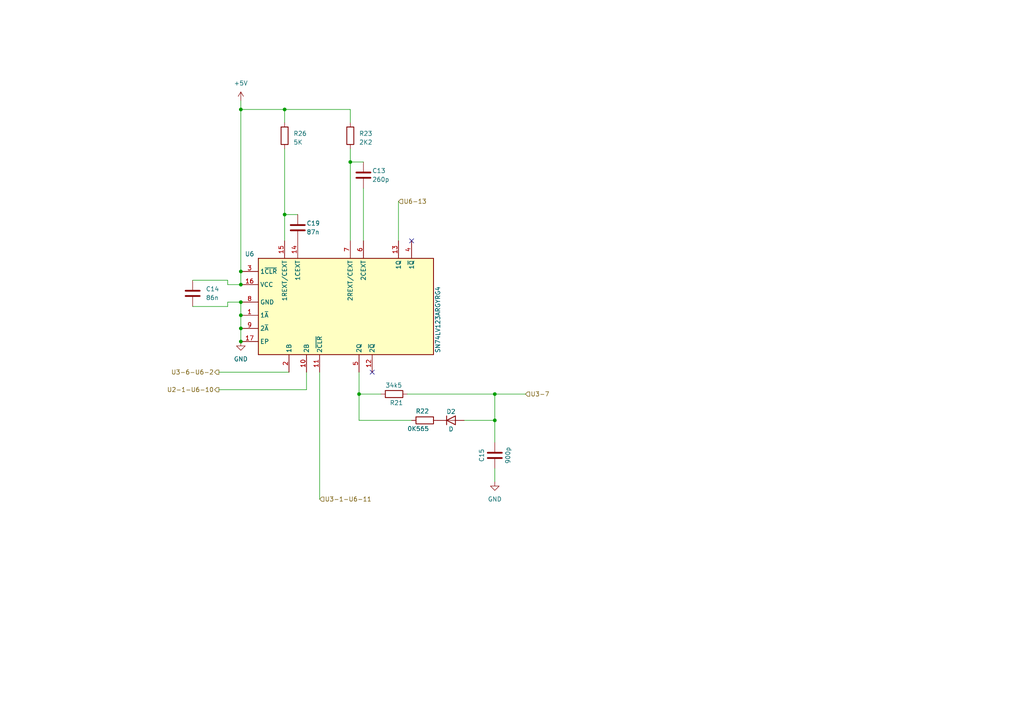
<source format=kicad_sch>
(kicad_sch (version 20230409) (generator eeschema)
  (paper "A4")
  (lib_symbols
    (symbol "Device:C" (pin_numbers hide) (pin_names (offset 0.254))
      (property "Reference" "C" (at 0.635 2.54 0))
      (property "Value" "C" (at 0.635 -2.54 0))
      (symbol "C_0_1"
        (polyline (pts (xy -2.032 -0.762) (xy 2.032 -0.762)) (stroke (width 0.508)))
        (polyline (pts (xy -2.032 0.762) (xy 2.032 0.762)) (stroke (width 0.508)))
      )
      (symbol "C_1_1"
        (pin passive line (at 0 3.81 270) (length 2.794) (name "~") (number "1"))
        (pin passive line (at 0 -3.81 90) (length 2.794) (name "~") (number "2"))
      )
    )
    (symbol "Device:D" (pin_numbers hide) (pin_names (offset 1.016) hide)
      (property "Reference" "D" (at 0 2.54 0))
      (property "Value" "D" (at 0 -2.54 0))
      (symbol "D_0_1"
        (polyline (pts (xy -1.27 1.27) (xy -1.27 -1.27)) (stroke (width 0.254)))
        (polyline (pts (xy 1.27 0) (xy -1.27 0)))
        (polyline (pts (xy 1.27 1.27) (xy 1.27 -1.27) (xy -1.27 0) (xy 1.27 1.27)) (stroke (width 0.254)))
      )
      (symbol "D_1_1"
        (pin passive line (at -3.81 0 0) (length 2.54) (name "K") (number "1"))
        (pin passive line (at 3.81 0 180) (length 2.54) (name "A") (number "2"))
      )
    )
    (symbol "Device:R" (pin_numbers hide) (pin_names (offset 0))
      (property "Reference" "R" (at 2.032 0 90))
      (property "Value" "R" (at 0 0 90))
      (symbol "R_0_1"
        (rectangle (start -1.016 -2.54) (end 1.016 2.54) (stroke (width 0.254)))
      )
      (symbol "R_1_1"
        (pin passive line (at 0 3.81 270) (length 1.27) (name "~") (number "1"))
        (pin passive line (at 0 -3.81 90) (length 1.27) (name "~") (number "2"))
      )
    )
    (symbol "SamacSys_Parts:SN74LV123ARGYRG4"
      (property "Reference" "U6" (at -27.94 13.97 0))
      (property "Value" "SN74LV123ARGYRG4" (at 26.67 -5.08 90))
      (symbol "SN74LV123ARGYRG4_1_1"
        (rectangle (start -25.4 12.7) (end 25.4 -15.24) (stroke (width 0.254)) (fill (type background)))
        (pin passive line (at -30.48 -3.81 0) (length 5.08) (name "1~{A}") (number "1"))
        (pin passive line (at -11.43 -20.32 90) (length 5.08) (name "2B") (number "10"))
        (pin passive line (at -7.62 -20.32 90) (length 5.08) (name "2~{CLR}") (number "11"))
        (pin passive line (at 7.62 -20.32 90) (length 5.08) (name "2~{Q}") (number "12"))
        (pin passive line (at 15.24 17.78 270) (length 5.08) (name "1Q") (number "13"))
        (pin passive line (at -13.97 17.78 270) (length 5.08) (name "1CEXT") (number "14"))
        (pin passive line (at -17.78 17.78 270) (length 5.08) (name "1REXT/CEXT") (number "15"))
        (pin passive line (at -30.48 5.08 0) (length 5.08) (name "VCC") (number "16"))
        (pin passive line (at -30.48 -11.43 0) (length 5.08) (name "EP") (number "17"))
        (pin passive line (at -16.51 -20.32 90) (length 5.08) (name "1B") (number "2"))
        (pin passive line (at -30.48 8.89 0) (length 5.08) (name "1~{CLR}") (number "3"))
        (pin passive line (at 19.05 17.78 270) (length 5.08) (name "1~{Q}") (number "4"))
        (pin passive line (at 3.81 -20.32 90) (length 5.08) (name "2Q") (number "5"))
        (pin passive line (at 5.08 17.78 270) (length 5.08) (name "2CEXT") (number "6"))
        (pin passive line (at 1.27 17.78 270) (length 5.08) (name "2REXT/CEXT") (number "7"))
        (pin passive line (at -30.48 0 0) (length 5.08) (name "GND") (number "8"))
        (pin passive line (at -30.48 -7.62 0) (length 5.08) (name "2~{A}") (number "9"))
      )
    )
    (symbol "power:+5V" (power) (pin_names (offset 0))
      (property "Value" "+5V" (at 0 3.556 0))
      (symbol "+5V_0_1"
        (polyline (pts (xy -0.762 1.27) (xy 0 2.54)))
        (polyline (pts (xy 0 0) (xy 0 2.54)))
        (polyline (pts (xy 0 2.54) (xy 0.762 1.27)))
      )
      (symbol "+5V_1_1"
        (pin power_in line (at 0 0 90) (length 0) hide (name "+5V") (number "1"))
      )
    )
    (symbol "power:GND" (power) (pin_names (offset 0))
      (property "Value" "GND" (at 0 -3.81 0))
      (symbol "GND_0_1"
        (polyline (pts (xy 0 0) (xy 0 -1.27) (xy 1.27 -1.27) (xy 0 -2.54) (xy -1.27 -1.27) (xy 0 -1.27)))
      )
      (symbol "GND_1_1"
        (pin power_in line (at 0 0 270) (length 0) hide (name "GND") (number "1"))
      )
    )
  )
  (junction (at 69.85 87.63))
  (junction (at 69.85 99.06))
  (junction (at 82.55 31.75))
  (junction (at 69.85 95.25))
  (junction (at 143.51 121.92))
  (junction (at 82.55 62.23))
  (junction (at 69.85 78.74))
  (junction (at 69.85 31.75))
  (junction (at 69.85 91.44))
  (junction (at 143.51 114.3))
  (junction (at 101.6 46.99))
  (junction (at 104.14 114.3))
  (junction (at 69.85 82.55))
  (no_connect (at 107.95 107.95))
  (no_connect (at 119.38 69.85))
  (wire (pts (xy 66.04 87.63) (xy 69.85 87.63)))
  (wire (pts (xy 118.11 114.3) (xy 143.51 114.3)))
  (wire (pts (xy 82.55 31.75) (xy 69.85 31.75)))
  (wire (pts (xy 119.38 121.92) (xy 104.14 121.92)))
  (wire (pts (xy 143.51 121.92) (xy 143.51 128.27)))
  (wire (pts (xy 101.6 43.18) (xy 101.6 46.99)))
  (wire (pts (xy 104.14 114.3) (xy 110.49 114.3)))
  (wire (pts (xy 55.88 88.9) (xy 66.04 88.9)))
  (wire (pts (xy 55.88 81.28) (xy 66.04 81.28)))
  (wire (pts (xy 69.85 95.25) (xy 69.85 99.06)))
  (wire (pts (xy 104.14 121.92) (xy 104.14 114.3)))
  (wire (pts (xy 134.62 121.92) (xy 143.51 121.92)))
  (wire (pts (xy 104.14 107.95) (xy 104.14 114.3)))
  (wire (pts (xy 69.85 29.21) (xy 69.85 31.75)))
  (wire (pts (xy 101.6 46.99) (xy 101.6 69.85)))
  (wire (pts (xy 69.85 31.75) (xy 69.85 78.74)))
  (wire (pts (xy 66.04 82.55) (xy 69.85 82.55)))
  (wire (pts (xy 82.55 62.23) (xy 82.55 69.85)))
  (wire (pts (xy 69.85 87.63) (xy 69.85 91.44)))
  (wire (pts (xy 82.55 62.23) (xy 86.36 62.23)))
  (wire (pts (xy 82.55 35.56) (xy 82.55 31.75)))
  (wire (pts (xy 88.9 113.03) (xy 63.5 113.03)))
  (wire (pts (xy 66.04 88.9) (xy 66.04 87.63)))
  (wire (pts (xy 143.51 114.3) (xy 143.51 121.92)))
  (wire (pts (xy 69.85 78.74) (xy 69.85 82.55)))
  (wire (pts (xy 105.41 54.61) (xy 105.41 69.85)))
  (wire (pts (xy 88.9 107.95) (xy 88.9 113.03)))
  (wire (pts (xy 92.71 107.95) (xy 92.71 144.78)))
  (wire (pts (xy 143.51 135.89) (xy 143.51 139.7)))
  (wire (pts (xy 63.5 107.95) (xy 83.82 107.95)))
  (wire (pts (xy 69.85 91.44) (xy 69.85 95.25)))
  (wire (pts (xy 115.57 58.42) (xy 115.57 69.85)))
  (wire (pts (xy 101.6 46.99) (xy 105.41 46.99)))
  (wire (pts (xy 152.4 114.3) (xy 143.51 114.3)))
  (wire (pts (xy 82.55 43.18) (xy 82.55 62.23)))
  (wire (pts (xy 101.6 31.75) (xy 101.6 35.56)))
  (wire (pts (xy 82.55 31.75) (xy 101.6 31.75)))
  (wire (pts (xy 66.04 81.28) (xy 66.04 82.55)))
  (hierarchical_label "U3-7" (shape input) (at 152.4 114.3 0))
  (hierarchical_label "U3-1-U6-11" (shape input) (at 92.71 144.78 0))
  (hierarchical_label "U6-13" (shape input) (at 115.57 58.42 0))
  (hierarchical_label "U2-1-U6-10" (shape output) (at 63.5 113.03 180))
  (hierarchical_label "U3-6-U6-2" (shape output) (at 63.5 107.95 180))
  (symbol (lib_id "Device:R") (at 82.55 39.37 0) (unit 1)
    (property "Reference" "R26" (at 85.09 38.735 0) (effects (justify left)))
    (property "Value" "5K" (at 85.09 41.275 0) (effects (justify left)))
    (property "Footprint" "mg_footprints:C_0603Metric" (effects hide))
  )
  (symbol (lib_id "Device:R") (at 101.6 39.37 0) (unit 1)
    (property "Reference" "R23" (at 104.14 38.735 0) (effects (justify left)))
    (property "Value" "2K2" (at 104.14 41.275 0) (effects (justify left)))
    (property "Footprint" "mg_footprints:C_0603Metric" (effects hide))
  )
  (symbol (lib_id "power:GND") (at 143.51 139.7 0) (unit 1)
    (property "Reference" "#PWR08" (effects hide))
    (property "Value" "GND" (at 143.51 144.78 0))
    (instances (project "mg" (path "" (reference "#PWR08") (unit 1)) (path "" (reference "#PWR013") (unit 1))))
  )
  (symbol (lib_id "Device:C") (at 105.41 50.8 0) (unit 1)
    (property "Reference" "C13" (at 107.95 49.53 0) (effects (justify left)))
    (property "Value" "260p" (at 107.95 52.07 0) (effects (justify left)))
    (property "Footprint" "mg_footprints:C_0603Metric" (effects hide))
  )
  (symbol (lib_id "SamacSys_Parts:SN74LV123ARGYRG4") (at 100.33 87.63 0) (unit 1)
    (property "Reference" "U6" (at 72.39 73.66 0))
    (property "Value" "SN74LV123ARGYRG4" (at 127 92.71 90))
    (property "Footprint" "mg_footprints:SN74LV123ARGYRG4" (effects hide))
    (property "Datasheet" "https://www.ti.com/lit/ds/symlink/sn74lv123a.pdf?HQS=dis-mous-null-mousermode-dsf-pf-null-wwe&ts=1650611412633&ref_url=https%253A%252F%252Fwww.mouser.dk%252F" (effects hide))
    (property "Height" "1" (effects hide))
    (property "Manufacturer_Name" "Texas Instruments" (effects hide))
    (property "Manufacturer_Part_Number" "SN74LV123ARGYRG4" (effects hide))
  )
  (symbol (lib_id "Device:R") (at 123.19 121.92 90) (unit 1)
    (property "Reference" "R22" (at 124.4611 119.2757 90) (effects (justify left)))
    (property "Value" "0K565" (at 124.4611 124.3557 90) (effects (justify left)))
    (property "Footprint" "mg_footprints:C_0603Metric" (effects hide))
  )
  (symbol (lib_id "Device:C") (at 55.88 85.09 0) (unit 1)
    (property "Reference" "C14" (at 59.69 83.82 0) (effects (justify left)))
    (property "Value" "86n" (at 59.69 86.36 0) (effects (justify left)))
    (property "Footprint" "mg_footprints:C_0603Metric" (effects hide))
  )
  (symbol (lib_id "Device:C") (at 143.51 132.08 180) (unit 1)
    (property "Reference" "C15" (at 139.7 132.08 90))
    (property "Value" "900p" (at 147.32 132.08 90))
    (property "Footprint" "mg_footprints:C_0603Metric" (effects hide))
  )
  (symbol (lib_id "Device:D") (at 130.81 121.92 0) (unit 1)
    (property "Reference" "D2" (at 130.81 119.38 0))
    (property "Value" "D" (at 130.81 124.46 0))
    (property "Footprint" "Diode_SMD:D_0402_1005Metric" (effects hide))
    (property "Sim.Device" "D" (effects hide))
    (property "Sim.Pins" "1=K 2=A" (effects hide))
  )
  (symbol (lib_id "Device:C") (at 86.36 66.04 0) (unit 1)
    (property "Reference" "C19" (at 88.9 64.77 0) (effects (justify left)))
    (property "Value" "87n" (at 88.9 67.31 0) (effects (justify left)))
    (property "Footprint" "mg_footprints:C_0603Metric" (effects hide))
  )
  (symbol (lib_id "power:GND") (at 69.85 99.06 0) (unit 1)
    (property "Reference" "#PWR08" (effects hide))
    (property "Value" "GND" (at 69.85 104.14 0))
    (instances (project "mg" (path "" (reference "#PWR08") (unit 1)) (path "" (reference "#PWR09") (unit 1))))
  )
  (symbol (lib_id "Device:R") (at 114.3 114.3 270) (unit 1)
    (property "Reference" "R21" (at 113.03 116.84 90) (effects (justify left)))
    (property "Value" "34k5" (at 111.76 111.76 90) (effects (justify left)))
    (property "Footprint" "mg_footprints:C_0603Metric" (effects hide))
  )
  (symbol (lib_id "power:+5V") (at 69.85 29.21 0) (unit 1)
    (property "Reference" "#PWR09" (effects hide))
    (property "Value" "+5V" (at 69.85 24.13 0))
    (instances (project "mg" (path "" (reference "#PWR09") (unit 1)) (path "" (reference "#PWR08") (unit 1))))
  )
)
</source>
